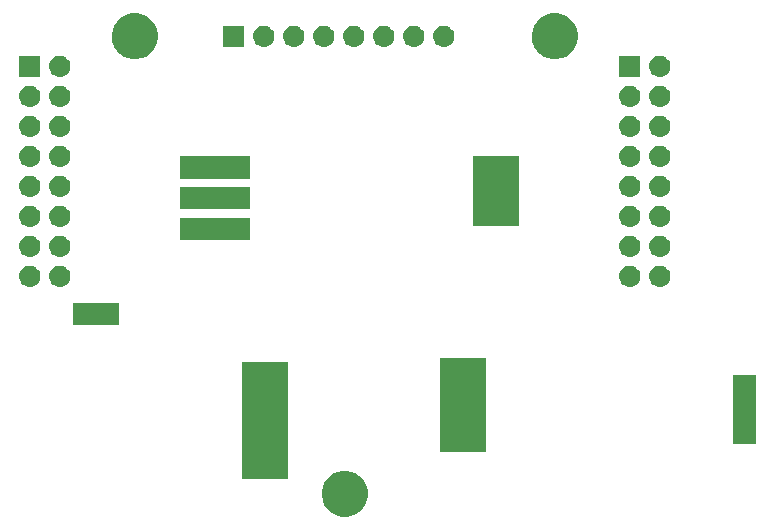
<source format=gbr>
G04 #@! TF.GenerationSoftware,KiCad,Pcbnew,(5.0.2)-1*
G04 #@! TF.CreationDate,2019-10-04T12:45:50+03:00*
G04 #@! TF.ProjectId,UI-Micro-SD,55492d4d-6963-4726-9f2d-53442e6b6963,rev?*
G04 #@! TF.SameCoordinates,Original*
G04 #@! TF.FileFunction,Soldermask,Bot*
G04 #@! TF.FilePolarity,Negative*
%FSLAX46Y46*%
G04 Gerber Fmt 4.6, Leading zero omitted, Abs format (unit mm)*
G04 Created by KiCad (PCBNEW (5.0.2)-1) date 04.10.2019 12:45:50*
%MOMM*%
%LPD*%
G01*
G04 APERTURE LIST*
%ADD10C,0.100000*%
G04 APERTURE END LIST*
D10*
G36*
X119949083Y-141633975D02*
X119949085Y-141633976D01*
X119949086Y-141633976D01*
X120304145Y-141781046D01*
X120304146Y-141781047D01*
X120623693Y-141994561D01*
X120895439Y-142266307D01*
X120895441Y-142266310D01*
X121108954Y-142585855D01*
X121256024Y-142940914D01*
X121331000Y-143317843D01*
X121331000Y-143702157D01*
X121256024Y-144079086D01*
X121108954Y-144434145D01*
X121108953Y-144434146D01*
X120895439Y-144753693D01*
X120623693Y-145025439D01*
X120623690Y-145025441D01*
X120304145Y-145238954D01*
X119949086Y-145386024D01*
X119949085Y-145386024D01*
X119949083Y-145386025D01*
X119572158Y-145461000D01*
X119187842Y-145461000D01*
X118810917Y-145386025D01*
X118810915Y-145386024D01*
X118810914Y-145386024D01*
X118455855Y-145238954D01*
X118136310Y-145025441D01*
X118136307Y-145025439D01*
X117864561Y-144753693D01*
X117651047Y-144434146D01*
X117651046Y-144434145D01*
X117503976Y-144079086D01*
X117429000Y-143702157D01*
X117429000Y-143317843D01*
X117503976Y-142940914D01*
X117651046Y-142585855D01*
X117864559Y-142266310D01*
X117864561Y-142266307D01*
X118136307Y-141994561D01*
X118455854Y-141781047D01*
X118455855Y-141781046D01*
X118810914Y-141633976D01*
X118810915Y-141633976D01*
X118810917Y-141633975D01*
X119187842Y-141559000D01*
X119572158Y-141559000D01*
X119949083Y-141633975D01*
X119949083Y-141633975D01*
G37*
G36*
X114614480Y-142285000D02*
X110712480Y-142285000D01*
X110712480Y-132383000D01*
X114614480Y-132383000D01*
X114614480Y-142285000D01*
X114614480Y-142285000D01*
G37*
G36*
X131337840Y-139935000D02*
X127435840Y-139935000D01*
X127435840Y-132033000D01*
X131337840Y-132033000D01*
X131337840Y-139935000D01*
X131337840Y-139935000D01*
G37*
G36*
X154178280Y-139325880D02*
X152276280Y-139325880D01*
X152276280Y-133423880D01*
X154178280Y-133423880D01*
X154178280Y-139325880D01*
X154178280Y-139325880D01*
G37*
G36*
X100255600Y-129257320D02*
X96353600Y-129257320D01*
X96353600Y-127355320D01*
X100255600Y-127355320D01*
X100255600Y-129257320D01*
X100255600Y-129257320D01*
G37*
G36*
X143620442Y-124200518D02*
X143686627Y-124207037D01*
X143799853Y-124241384D01*
X143856467Y-124258557D01*
X143995087Y-124332652D01*
X144012991Y-124342222D01*
X144048729Y-124371552D01*
X144150186Y-124454814D01*
X144233448Y-124556271D01*
X144262778Y-124592009D01*
X144262779Y-124592011D01*
X144346443Y-124748533D01*
X144346443Y-124748534D01*
X144397963Y-124918373D01*
X144415359Y-125095000D01*
X144397963Y-125271627D01*
X144363616Y-125384853D01*
X144346443Y-125441467D01*
X144272348Y-125580087D01*
X144262778Y-125597991D01*
X144233448Y-125633729D01*
X144150186Y-125735186D01*
X144048729Y-125818448D01*
X144012991Y-125847778D01*
X144012989Y-125847779D01*
X143856467Y-125931443D01*
X143799853Y-125948616D01*
X143686627Y-125982963D01*
X143620442Y-125989482D01*
X143554260Y-125996000D01*
X143465740Y-125996000D01*
X143399558Y-125989482D01*
X143333373Y-125982963D01*
X143220147Y-125948616D01*
X143163533Y-125931443D01*
X143007011Y-125847779D01*
X143007009Y-125847778D01*
X142971271Y-125818448D01*
X142869814Y-125735186D01*
X142786552Y-125633729D01*
X142757222Y-125597991D01*
X142747652Y-125580087D01*
X142673557Y-125441467D01*
X142656384Y-125384853D01*
X142622037Y-125271627D01*
X142604641Y-125095000D01*
X142622037Y-124918373D01*
X142673557Y-124748534D01*
X142673557Y-124748533D01*
X142757221Y-124592011D01*
X142757222Y-124592009D01*
X142786552Y-124556271D01*
X142869814Y-124454814D01*
X142971271Y-124371552D01*
X143007009Y-124342222D01*
X143024913Y-124332652D01*
X143163533Y-124258557D01*
X143220147Y-124241384D01*
X143333373Y-124207037D01*
X143399558Y-124200518D01*
X143465740Y-124194000D01*
X143554260Y-124194000D01*
X143620442Y-124200518D01*
X143620442Y-124200518D01*
G37*
G36*
X146160442Y-124200518D02*
X146226627Y-124207037D01*
X146339853Y-124241384D01*
X146396467Y-124258557D01*
X146535087Y-124332652D01*
X146552991Y-124342222D01*
X146588729Y-124371552D01*
X146690186Y-124454814D01*
X146773448Y-124556271D01*
X146802778Y-124592009D01*
X146802779Y-124592011D01*
X146886443Y-124748533D01*
X146886443Y-124748534D01*
X146937963Y-124918373D01*
X146955359Y-125095000D01*
X146937963Y-125271627D01*
X146903616Y-125384853D01*
X146886443Y-125441467D01*
X146812348Y-125580087D01*
X146802778Y-125597991D01*
X146773448Y-125633729D01*
X146690186Y-125735186D01*
X146588729Y-125818448D01*
X146552991Y-125847778D01*
X146552989Y-125847779D01*
X146396467Y-125931443D01*
X146339853Y-125948616D01*
X146226627Y-125982963D01*
X146160442Y-125989482D01*
X146094260Y-125996000D01*
X146005740Y-125996000D01*
X145939558Y-125989482D01*
X145873373Y-125982963D01*
X145760147Y-125948616D01*
X145703533Y-125931443D01*
X145547011Y-125847779D01*
X145547009Y-125847778D01*
X145511271Y-125818448D01*
X145409814Y-125735186D01*
X145326552Y-125633729D01*
X145297222Y-125597991D01*
X145287652Y-125580087D01*
X145213557Y-125441467D01*
X145196384Y-125384853D01*
X145162037Y-125271627D01*
X145144641Y-125095000D01*
X145162037Y-124918373D01*
X145213557Y-124748534D01*
X145213557Y-124748533D01*
X145297221Y-124592011D01*
X145297222Y-124592009D01*
X145326552Y-124556271D01*
X145409814Y-124454814D01*
X145511271Y-124371552D01*
X145547009Y-124342222D01*
X145564913Y-124332652D01*
X145703533Y-124258557D01*
X145760147Y-124241384D01*
X145873373Y-124207037D01*
X145939558Y-124200518D01*
X146005740Y-124194000D01*
X146094260Y-124194000D01*
X146160442Y-124200518D01*
X146160442Y-124200518D01*
G37*
G36*
X92820442Y-124200518D02*
X92886627Y-124207037D01*
X92999853Y-124241384D01*
X93056467Y-124258557D01*
X93195087Y-124332652D01*
X93212991Y-124342222D01*
X93248729Y-124371552D01*
X93350186Y-124454814D01*
X93433448Y-124556271D01*
X93462778Y-124592009D01*
X93462779Y-124592011D01*
X93546443Y-124748533D01*
X93546443Y-124748534D01*
X93597963Y-124918373D01*
X93615359Y-125095000D01*
X93597963Y-125271627D01*
X93563616Y-125384853D01*
X93546443Y-125441467D01*
X93472348Y-125580087D01*
X93462778Y-125597991D01*
X93433448Y-125633729D01*
X93350186Y-125735186D01*
X93248729Y-125818448D01*
X93212991Y-125847778D01*
X93212989Y-125847779D01*
X93056467Y-125931443D01*
X92999853Y-125948616D01*
X92886627Y-125982963D01*
X92820442Y-125989482D01*
X92754260Y-125996000D01*
X92665740Y-125996000D01*
X92599558Y-125989482D01*
X92533373Y-125982963D01*
X92420147Y-125948616D01*
X92363533Y-125931443D01*
X92207011Y-125847779D01*
X92207009Y-125847778D01*
X92171271Y-125818448D01*
X92069814Y-125735186D01*
X91986552Y-125633729D01*
X91957222Y-125597991D01*
X91947652Y-125580087D01*
X91873557Y-125441467D01*
X91856384Y-125384853D01*
X91822037Y-125271627D01*
X91804641Y-125095000D01*
X91822037Y-124918373D01*
X91873557Y-124748534D01*
X91873557Y-124748533D01*
X91957221Y-124592011D01*
X91957222Y-124592009D01*
X91986552Y-124556271D01*
X92069814Y-124454814D01*
X92171271Y-124371552D01*
X92207009Y-124342222D01*
X92224913Y-124332652D01*
X92363533Y-124258557D01*
X92420147Y-124241384D01*
X92533373Y-124207037D01*
X92599558Y-124200518D01*
X92665740Y-124194000D01*
X92754260Y-124194000D01*
X92820442Y-124200518D01*
X92820442Y-124200518D01*
G37*
G36*
X95360442Y-124200518D02*
X95426627Y-124207037D01*
X95539853Y-124241384D01*
X95596467Y-124258557D01*
X95735087Y-124332652D01*
X95752991Y-124342222D01*
X95788729Y-124371552D01*
X95890186Y-124454814D01*
X95973448Y-124556271D01*
X96002778Y-124592009D01*
X96002779Y-124592011D01*
X96086443Y-124748533D01*
X96086443Y-124748534D01*
X96137963Y-124918373D01*
X96155359Y-125095000D01*
X96137963Y-125271627D01*
X96103616Y-125384853D01*
X96086443Y-125441467D01*
X96012348Y-125580087D01*
X96002778Y-125597991D01*
X95973448Y-125633729D01*
X95890186Y-125735186D01*
X95788729Y-125818448D01*
X95752991Y-125847778D01*
X95752989Y-125847779D01*
X95596467Y-125931443D01*
X95539853Y-125948616D01*
X95426627Y-125982963D01*
X95360442Y-125989482D01*
X95294260Y-125996000D01*
X95205740Y-125996000D01*
X95139558Y-125989482D01*
X95073373Y-125982963D01*
X94960147Y-125948616D01*
X94903533Y-125931443D01*
X94747011Y-125847779D01*
X94747009Y-125847778D01*
X94711271Y-125818448D01*
X94609814Y-125735186D01*
X94526552Y-125633729D01*
X94497222Y-125597991D01*
X94487652Y-125580087D01*
X94413557Y-125441467D01*
X94396384Y-125384853D01*
X94362037Y-125271627D01*
X94344641Y-125095000D01*
X94362037Y-124918373D01*
X94413557Y-124748534D01*
X94413557Y-124748533D01*
X94497221Y-124592011D01*
X94497222Y-124592009D01*
X94526552Y-124556271D01*
X94609814Y-124454814D01*
X94711271Y-124371552D01*
X94747009Y-124342222D01*
X94764913Y-124332652D01*
X94903533Y-124258557D01*
X94960147Y-124241384D01*
X95073373Y-124207037D01*
X95139558Y-124200518D01*
X95205740Y-124194000D01*
X95294260Y-124194000D01*
X95360442Y-124200518D01*
X95360442Y-124200518D01*
G37*
G36*
X92820442Y-121660518D02*
X92886627Y-121667037D01*
X92999853Y-121701384D01*
X93056467Y-121718557D01*
X93195087Y-121792652D01*
X93212991Y-121802222D01*
X93248729Y-121831552D01*
X93350186Y-121914814D01*
X93433448Y-122016271D01*
X93462778Y-122052009D01*
X93462779Y-122052011D01*
X93546443Y-122208533D01*
X93546443Y-122208534D01*
X93597963Y-122378373D01*
X93615359Y-122555000D01*
X93597963Y-122731627D01*
X93563616Y-122844853D01*
X93546443Y-122901467D01*
X93472348Y-123040087D01*
X93462778Y-123057991D01*
X93433448Y-123093729D01*
X93350186Y-123195186D01*
X93248729Y-123278448D01*
X93212991Y-123307778D01*
X93212989Y-123307779D01*
X93056467Y-123391443D01*
X92999853Y-123408616D01*
X92886627Y-123442963D01*
X92820442Y-123449482D01*
X92754260Y-123456000D01*
X92665740Y-123456000D01*
X92599558Y-123449482D01*
X92533373Y-123442963D01*
X92420147Y-123408616D01*
X92363533Y-123391443D01*
X92207011Y-123307779D01*
X92207009Y-123307778D01*
X92171271Y-123278448D01*
X92069814Y-123195186D01*
X91986552Y-123093729D01*
X91957222Y-123057991D01*
X91947652Y-123040087D01*
X91873557Y-122901467D01*
X91856384Y-122844853D01*
X91822037Y-122731627D01*
X91804641Y-122555000D01*
X91822037Y-122378373D01*
X91873557Y-122208534D01*
X91873557Y-122208533D01*
X91957221Y-122052011D01*
X91957222Y-122052009D01*
X91986552Y-122016271D01*
X92069814Y-121914814D01*
X92171271Y-121831552D01*
X92207009Y-121802222D01*
X92224913Y-121792652D01*
X92363533Y-121718557D01*
X92420147Y-121701384D01*
X92533373Y-121667037D01*
X92599558Y-121660518D01*
X92665740Y-121654000D01*
X92754260Y-121654000D01*
X92820442Y-121660518D01*
X92820442Y-121660518D01*
G37*
G36*
X95360442Y-121660518D02*
X95426627Y-121667037D01*
X95539853Y-121701384D01*
X95596467Y-121718557D01*
X95735087Y-121792652D01*
X95752991Y-121802222D01*
X95788729Y-121831552D01*
X95890186Y-121914814D01*
X95973448Y-122016271D01*
X96002778Y-122052009D01*
X96002779Y-122052011D01*
X96086443Y-122208533D01*
X96086443Y-122208534D01*
X96137963Y-122378373D01*
X96155359Y-122555000D01*
X96137963Y-122731627D01*
X96103616Y-122844853D01*
X96086443Y-122901467D01*
X96012348Y-123040087D01*
X96002778Y-123057991D01*
X95973448Y-123093729D01*
X95890186Y-123195186D01*
X95788729Y-123278448D01*
X95752991Y-123307778D01*
X95752989Y-123307779D01*
X95596467Y-123391443D01*
X95539853Y-123408616D01*
X95426627Y-123442963D01*
X95360442Y-123449482D01*
X95294260Y-123456000D01*
X95205740Y-123456000D01*
X95139558Y-123449482D01*
X95073373Y-123442963D01*
X94960147Y-123408616D01*
X94903533Y-123391443D01*
X94747011Y-123307779D01*
X94747009Y-123307778D01*
X94711271Y-123278448D01*
X94609814Y-123195186D01*
X94526552Y-123093729D01*
X94497222Y-123057991D01*
X94487652Y-123040087D01*
X94413557Y-122901467D01*
X94396384Y-122844853D01*
X94362037Y-122731627D01*
X94344641Y-122555000D01*
X94362037Y-122378373D01*
X94413557Y-122208534D01*
X94413557Y-122208533D01*
X94497221Y-122052011D01*
X94497222Y-122052009D01*
X94526552Y-122016271D01*
X94609814Y-121914814D01*
X94711271Y-121831552D01*
X94747009Y-121802222D01*
X94764913Y-121792652D01*
X94903533Y-121718557D01*
X94960147Y-121701384D01*
X95073373Y-121667037D01*
X95139558Y-121660518D01*
X95205740Y-121654000D01*
X95294260Y-121654000D01*
X95360442Y-121660518D01*
X95360442Y-121660518D01*
G37*
G36*
X143620442Y-121660518D02*
X143686627Y-121667037D01*
X143799853Y-121701384D01*
X143856467Y-121718557D01*
X143995087Y-121792652D01*
X144012991Y-121802222D01*
X144048729Y-121831552D01*
X144150186Y-121914814D01*
X144233448Y-122016271D01*
X144262778Y-122052009D01*
X144262779Y-122052011D01*
X144346443Y-122208533D01*
X144346443Y-122208534D01*
X144397963Y-122378373D01*
X144415359Y-122555000D01*
X144397963Y-122731627D01*
X144363616Y-122844853D01*
X144346443Y-122901467D01*
X144272348Y-123040087D01*
X144262778Y-123057991D01*
X144233448Y-123093729D01*
X144150186Y-123195186D01*
X144048729Y-123278448D01*
X144012991Y-123307778D01*
X144012989Y-123307779D01*
X143856467Y-123391443D01*
X143799853Y-123408616D01*
X143686627Y-123442963D01*
X143620442Y-123449482D01*
X143554260Y-123456000D01*
X143465740Y-123456000D01*
X143399558Y-123449482D01*
X143333373Y-123442963D01*
X143220147Y-123408616D01*
X143163533Y-123391443D01*
X143007011Y-123307779D01*
X143007009Y-123307778D01*
X142971271Y-123278448D01*
X142869814Y-123195186D01*
X142786552Y-123093729D01*
X142757222Y-123057991D01*
X142747652Y-123040087D01*
X142673557Y-122901467D01*
X142656384Y-122844853D01*
X142622037Y-122731627D01*
X142604641Y-122555000D01*
X142622037Y-122378373D01*
X142673557Y-122208534D01*
X142673557Y-122208533D01*
X142757221Y-122052011D01*
X142757222Y-122052009D01*
X142786552Y-122016271D01*
X142869814Y-121914814D01*
X142971271Y-121831552D01*
X143007009Y-121802222D01*
X143024913Y-121792652D01*
X143163533Y-121718557D01*
X143220147Y-121701384D01*
X143333373Y-121667037D01*
X143399558Y-121660518D01*
X143465740Y-121654000D01*
X143554260Y-121654000D01*
X143620442Y-121660518D01*
X143620442Y-121660518D01*
G37*
G36*
X146160442Y-121660518D02*
X146226627Y-121667037D01*
X146339853Y-121701384D01*
X146396467Y-121718557D01*
X146535087Y-121792652D01*
X146552991Y-121802222D01*
X146588729Y-121831552D01*
X146690186Y-121914814D01*
X146773448Y-122016271D01*
X146802778Y-122052009D01*
X146802779Y-122052011D01*
X146886443Y-122208533D01*
X146886443Y-122208534D01*
X146937963Y-122378373D01*
X146955359Y-122555000D01*
X146937963Y-122731627D01*
X146903616Y-122844853D01*
X146886443Y-122901467D01*
X146812348Y-123040087D01*
X146802778Y-123057991D01*
X146773448Y-123093729D01*
X146690186Y-123195186D01*
X146588729Y-123278448D01*
X146552991Y-123307778D01*
X146552989Y-123307779D01*
X146396467Y-123391443D01*
X146339853Y-123408616D01*
X146226627Y-123442963D01*
X146160442Y-123449482D01*
X146094260Y-123456000D01*
X146005740Y-123456000D01*
X145939558Y-123449482D01*
X145873373Y-123442963D01*
X145760147Y-123408616D01*
X145703533Y-123391443D01*
X145547011Y-123307779D01*
X145547009Y-123307778D01*
X145511271Y-123278448D01*
X145409814Y-123195186D01*
X145326552Y-123093729D01*
X145297222Y-123057991D01*
X145287652Y-123040087D01*
X145213557Y-122901467D01*
X145196384Y-122844853D01*
X145162037Y-122731627D01*
X145144641Y-122555000D01*
X145162037Y-122378373D01*
X145213557Y-122208534D01*
X145213557Y-122208533D01*
X145297221Y-122052011D01*
X145297222Y-122052009D01*
X145326552Y-122016271D01*
X145409814Y-121914814D01*
X145511271Y-121831552D01*
X145547009Y-121802222D01*
X145564913Y-121792652D01*
X145703533Y-121718557D01*
X145760147Y-121701384D01*
X145873373Y-121667037D01*
X145939558Y-121660518D01*
X146005740Y-121654000D01*
X146094260Y-121654000D01*
X146160442Y-121660518D01*
X146160442Y-121660518D01*
G37*
G36*
X111345760Y-122035200D02*
X105443760Y-122035200D01*
X105443760Y-120133200D01*
X111345760Y-120133200D01*
X111345760Y-122035200D01*
X111345760Y-122035200D01*
G37*
G36*
X143620443Y-119120519D02*
X143686627Y-119127037D01*
X143799853Y-119161384D01*
X143856467Y-119178557D01*
X143995087Y-119252652D01*
X144012991Y-119262222D01*
X144048729Y-119291552D01*
X144150186Y-119374814D01*
X144233448Y-119476271D01*
X144262778Y-119512009D01*
X144262779Y-119512011D01*
X144346443Y-119668533D01*
X144346443Y-119668534D01*
X144397963Y-119838373D01*
X144415359Y-120015000D01*
X144397963Y-120191627D01*
X144363616Y-120304853D01*
X144346443Y-120361467D01*
X144272348Y-120500087D01*
X144262778Y-120517991D01*
X144233448Y-120553729D01*
X144150186Y-120655186D01*
X144048729Y-120738448D01*
X144012991Y-120767778D01*
X144012989Y-120767779D01*
X143856467Y-120851443D01*
X143799853Y-120868616D01*
X143686627Y-120902963D01*
X143620442Y-120909482D01*
X143554260Y-120916000D01*
X143465740Y-120916000D01*
X143399558Y-120909482D01*
X143333373Y-120902963D01*
X143220147Y-120868616D01*
X143163533Y-120851443D01*
X143007011Y-120767779D01*
X143007009Y-120767778D01*
X142971271Y-120738448D01*
X142869814Y-120655186D01*
X142786552Y-120553729D01*
X142757222Y-120517991D01*
X142747652Y-120500087D01*
X142673557Y-120361467D01*
X142656384Y-120304853D01*
X142622037Y-120191627D01*
X142604641Y-120015000D01*
X142622037Y-119838373D01*
X142673557Y-119668534D01*
X142673557Y-119668533D01*
X142757221Y-119512011D01*
X142757222Y-119512009D01*
X142786552Y-119476271D01*
X142869814Y-119374814D01*
X142971271Y-119291552D01*
X143007009Y-119262222D01*
X143024913Y-119252652D01*
X143163533Y-119178557D01*
X143220147Y-119161384D01*
X143333373Y-119127037D01*
X143399557Y-119120519D01*
X143465740Y-119114000D01*
X143554260Y-119114000D01*
X143620443Y-119120519D01*
X143620443Y-119120519D01*
G37*
G36*
X146160443Y-119120519D02*
X146226627Y-119127037D01*
X146339853Y-119161384D01*
X146396467Y-119178557D01*
X146535087Y-119252652D01*
X146552991Y-119262222D01*
X146588729Y-119291552D01*
X146690186Y-119374814D01*
X146773448Y-119476271D01*
X146802778Y-119512009D01*
X146802779Y-119512011D01*
X146886443Y-119668533D01*
X146886443Y-119668534D01*
X146937963Y-119838373D01*
X146955359Y-120015000D01*
X146937963Y-120191627D01*
X146903616Y-120304853D01*
X146886443Y-120361467D01*
X146812348Y-120500087D01*
X146802778Y-120517991D01*
X146773448Y-120553729D01*
X146690186Y-120655186D01*
X146588729Y-120738448D01*
X146552991Y-120767778D01*
X146552989Y-120767779D01*
X146396467Y-120851443D01*
X146339853Y-120868616D01*
X146226627Y-120902963D01*
X146160442Y-120909482D01*
X146094260Y-120916000D01*
X146005740Y-120916000D01*
X145939558Y-120909482D01*
X145873373Y-120902963D01*
X145760147Y-120868616D01*
X145703533Y-120851443D01*
X145547011Y-120767779D01*
X145547009Y-120767778D01*
X145511271Y-120738448D01*
X145409814Y-120655186D01*
X145326552Y-120553729D01*
X145297222Y-120517991D01*
X145287652Y-120500087D01*
X145213557Y-120361467D01*
X145196384Y-120304853D01*
X145162037Y-120191627D01*
X145144641Y-120015000D01*
X145162037Y-119838373D01*
X145213557Y-119668534D01*
X145213557Y-119668533D01*
X145297221Y-119512011D01*
X145297222Y-119512009D01*
X145326552Y-119476271D01*
X145409814Y-119374814D01*
X145511271Y-119291552D01*
X145547009Y-119262222D01*
X145564913Y-119252652D01*
X145703533Y-119178557D01*
X145760147Y-119161384D01*
X145873373Y-119127037D01*
X145939557Y-119120519D01*
X146005740Y-119114000D01*
X146094260Y-119114000D01*
X146160443Y-119120519D01*
X146160443Y-119120519D01*
G37*
G36*
X92820443Y-119120519D02*
X92886627Y-119127037D01*
X92999853Y-119161384D01*
X93056467Y-119178557D01*
X93195087Y-119252652D01*
X93212991Y-119262222D01*
X93248729Y-119291552D01*
X93350186Y-119374814D01*
X93433448Y-119476271D01*
X93462778Y-119512009D01*
X93462779Y-119512011D01*
X93546443Y-119668533D01*
X93546443Y-119668534D01*
X93597963Y-119838373D01*
X93615359Y-120015000D01*
X93597963Y-120191627D01*
X93563616Y-120304853D01*
X93546443Y-120361467D01*
X93472348Y-120500087D01*
X93462778Y-120517991D01*
X93433448Y-120553729D01*
X93350186Y-120655186D01*
X93248729Y-120738448D01*
X93212991Y-120767778D01*
X93212989Y-120767779D01*
X93056467Y-120851443D01*
X92999853Y-120868616D01*
X92886627Y-120902963D01*
X92820442Y-120909482D01*
X92754260Y-120916000D01*
X92665740Y-120916000D01*
X92599558Y-120909482D01*
X92533373Y-120902963D01*
X92420147Y-120868616D01*
X92363533Y-120851443D01*
X92207011Y-120767779D01*
X92207009Y-120767778D01*
X92171271Y-120738448D01*
X92069814Y-120655186D01*
X91986552Y-120553729D01*
X91957222Y-120517991D01*
X91947652Y-120500087D01*
X91873557Y-120361467D01*
X91856384Y-120304853D01*
X91822037Y-120191627D01*
X91804641Y-120015000D01*
X91822037Y-119838373D01*
X91873557Y-119668534D01*
X91873557Y-119668533D01*
X91957221Y-119512011D01*
X91957222Y-119512009D01*
X91986552Y-119476271D01*
X92069814Y-119374814D01*
X92171271Y-119291552D01*
X92207009Y-119262222D01*
X92224913Y-119252652D01*
X92363533Y-119178557D01*
X92420147Y-119161384D01*
X92533373Y-119127037D01*
X92599557Y-119120519D01*
X92665740Y-119114000D01*
X92754260Y-119114000D01*
X92820443Y-119120519D01*
X92820443Y-119120519D01*
G37*
G36*
X95360443Y-119120519D02*
X95426627Y-119127037D01*
X95539853Y-119161384D01*
X95596467Y-119178557D01*
X95735087Y-119252652D01*
X95752991Y-119262222D01*
X95788729Y-119291552D01*
X95890186Y-119374814D01*
X95973448Y-119476271D01*
X96002778Y-119512009D01*
X96002779Y-119512011D01*
X96086443Y-119668533D01*
X96086443Y-119668534D01*
X96137963Y-119838373D01*
X96155359Y-120015000D01*
X96137963Y-120191627D01*
X96103616Y-120304853D01*
X96086443Y-120361467D01*
X96012348Y-120500087D01*
X96002778Y-120517991D01*
X95973448Y-120553729D01*
X95890186Y-120655186D01*
X95788729Y-120738448D01*
X95752991Y-120767778D01*
X95752989Y-120767779D01*
X95596467Y-120851443D01*
X95539853Y-120868616D01*
X95426627Y-120902963D01*
X95360442Y-120909482D01*
X95294260Y-120916000D01*
X95205740Y-120916000D01*
X95139558Y-120909482D01*
X95073373Y-120902963D01*
X94960147Y-120868616D01*
X94903533Y-120851443D01*
X94747011Y-120767779D01*
X94747009Y-120767778D01*
X94711271Y-120738448D01*
X94609814Y-120655186D01*
X94526552Y-120553729D01*
X94497222Y-120517991D01*
X94487652Y-120500087D01*
X94413557Y-120361467D01*
X94396384Y-120304853D01*
X94362037Y-120191627D01*
X94344641Y-120015000D01*
X94362037Y-119838373D01*
X94413557Y-119668534D01*
X94413557Y-119668533D01*
X94497221Y-119512011D01*
X94497222Y-119512009D01*
X94526552Y-119476271D01*
X94609814Y-119374814D01*
X94711271Y-119291552D01*
X94747009Y-119262222D01*
X94764913Y-119252652D01*
X94903533Y-119178557D01*
X94960147Y-119161384D01*
X95073373Y-119127037D01*
X95139557Y-119120519D01*
X95205740Y-119114000D01*
X95294260Y-119114000D01*
X95360443Y-119120519D01*
X95360443Y-119120519D01*
G37*
G36*
X134139200Y-120834680D02*
X130237200Y-120834680D01*
X130237200Y-114932680D01*
X134139200Y-114932680D01*
X134139200Y-120834680D01*
X134139200Y-120834680D01*
G37*
G36*
X111345760Y-119435200D02*
X105443760Y-119435200D01*
X105443760Y-117533200D01*
X111345760Y-117533200D01*
X111345760Y-119435200D01*
X111345760Y-119435200D01*
G37*
G36*
X146160443Y-116580519D02*
X146226627Y-116587037D01*
X146339853Y-116621384D01*
X146396467Y-116638557D01*
X146535087Y-116712652D01*
X146552991Y-116722222D01*
X146588729Y-116751552D01*
X146690186Y-116834814D01*
X146770501Y-116932680D01*
X146802778Y-116972009D01*
X146802779Y-116972011D01*
X146886443Y-117128533D01*
X146886443Y-117128534D01*
X146937963Y-117298373D01*
X146955359Y-117475000D01*
X146937963Y-117651627D01*
X146903616Y-117764853D01*
X146886443Y-117821467D01*
X146812348Y-117960087D01*
X146802778Y-117977991D01*
X146773448Y-118013729D01*
X146690186Y-118115186D01*
X146588729Y-118198448D01*
X146552991Y-118227778D01*
X146552989Y-118227779D01*
X146396467Y-118311443D01*
X146339853Y-118328616D01*
X146226627Y-118362963D01*
X146160442Y-118369482D01*
X146094260Y-118376000D01*
X146005740Y-118376000D01*
X145939558Y-118369482D01*
X145873373Y-118362963D01*
X145760147Y-118328616D01*
X145703533Y-118311443D01*
X145547011Y-118227779D01*
X145547009Y-118227778D01*
X145511271Y-118198448D01*
X145409814Y-118115186D01*
X145326552Y-118013729D01*
X145297222Y-117977991D01*
X145287652Y-117960087D01*
X145213557Y-117821467D01*
X145196384Y-117764853D01*
X145162037Y-117651627D01*
X145144641Y-117475000D01*
X145162037Y-117298373D01*
X145213557Y-117128534D01*
X145213557Y-117128533D01*
X145297221Y-116972011D01*
X145297222Y-116972009D01*
X145329499Y-116932680D01*
X145409814Y-116834814D01*
X145511271Y-116751552D01*
X145547009Y-116722222D01*
X145564913Y-116712652D01*
X145703533Y-116638557D01*
X145760147Y-116621384D01*
X145873373Y-116587037D01*
X145939557Y-116580519D01*
X146005740Y-116574000D01*
X146094260Y-116574000D01*
X146160443Y-116580519D01*
X146160443Y-116580519D01*
G37*
G36*
X92820443Y-116580519D02*
X92886627Y-116587037D01*
X92999853Y-116621384D01*
X93056467Y-116638557D01*
X93195087Y-116712652D01*
X93212991Y-116722222D01*
X93248729Y-116751552D01*
X93350186Y-116834814D01*
X93430501Y-116932680D01*
X93462778Y-116972009D01*
X93462779Y-116972011D01*
X93546443Y-117128533D01*
X93546443Y-117128534D01*
X93597963Y-117298373D01*
X93615359Y-117475000D01*
X93597963Y-117651627D01*
X93563616Y-117764853D01*
X93546443Y-117821467D01*
X93472348Y-117960087D01*
X93462778Y-117977991D01*
X93433448Y-118013729D01*
X93350186Y-118115186D01*
X93248729Y-118198448D01*
X93212991Y-118227778D01*
X93212989Y-118227779D01*
X93056467Y-118311443D01*
X92999853Y-118328616D01*
X92886627Y-118362963D01*
X92820442Y-118369482D01*
X92754260Y-118376000D01*
X92665740Y-118376000D01*
X92599558Y-118369482D01*
X92533373Y-118362963D01*
X92420147Y-118328616D01*
X92363533Y-118311443D01*
X92207011Y-118227779D01*
X92207009Y-118227778D01*
X92171271Y-118198448D01*
X92069814Y-118115186D01*
X91986552Y-118013729D01*
X91957222Y-117977991D01*
X91947652Y-117960087D01*
X91873557Y-117821467D01*
X91856384Y-117764853D01*
X91822037Y-117651627D01*
X91804641Y-117475000D01*
X91822037Y-117298373D01*
X91873557Y-117128534D01*
X91873557Y-117128533D01*
X91957221Y-116972011D01*
X91957222Y-116972009D01*
X91989499Y-116932680D01*
X92069814Y-116834814D01*
X92171271Y-116751552D01*
X92207009Y-116722222D01*
X92224913Y-116712652D01*
X92363533Y-116638557D01*
X92420147Y-116621384D01*
X92533373Y-116587037D01*
X92599557Y-116580519D01*
X92665740Y-116574000D01*
X92754260Y-116574000D01*
X92820443Y-116580519D01*
X92820443Y-116580519D01*
G37*
G36*
X95360443Y-116580519D02*
X95426627Y-116587037D01*
X95539853Y-116621384D01*
X95596467Y-116638557D01*
X95735087Y-116712652D01*
X95752991Y-116722222D01*
X95788729Y-116751552D01*
X95890186Y-116834814D01*
X95970501Y-116932680D01*
X96002778Y-116972009D01*
X96002779Y-116972011D01*
X96086443Y-117128533D01*
X96086443Y-117128534D01*
X96137963Y-117298373D01*
X96155359Y-117475000D01*
X96137963Y-117651627D01*
X96103616Y-117764853D01*
X96086443Y-117821467D01*
X96012348Y-117960087D01*
X96002778Y-117977991D01*
X95973448Y-118013729D01*
X95890186Y-118115186D01*
X95788729Y-118198448D01*
X95752991Y-118227778D01*
X95752989Y-118227779D01*
X95596467Y-118311443D01*
X95539853Y-118328616D01*
X95426627Y-118362963D01*
X95360442Y-118369482D01*
X95294260Y-118376000D01*
X95205740Y-118376000D01*
X95139558Y-118369482D01*
X95073373Y-118362963D01*
X94960147Y-118328616D01*
X94903533Y-118311443D01*
X94747011Y-118227779D01*
X94747009Y-118227778D01*
X94711271Y-118198448D01*
X94609814Y-118115186D01*
X94526552Y-118013729D01*
X94497222Y-117977991D01*
X94487652Y-117960087D01*
X94413557Y-117821467D01*
X94396384Y-117764853D01*
X94362037Y-117651627D01*
X94344641Y-117475000D01*
X94362037Y-117298373D01*
X94413557Y-117128534D01*
X94413557Y-117128533D01*
X94497221Y-116972011D01*
X94497222Y-116972009D01*
X94529499Y-116932680D01*
X94609814Y-116834814D01*
X94711271Y-116751552D01*
X94747009Y-116722222D01*
X94764913Y-116712652D01*
X94903533Y-116638557D01*
X94960147Y-116621384D01*
X95073373Y-116587037D01*
X95139557Y-116580519D01*
X95205740Y-116574000D01*
X95294260Y-116574000D01*
X95360443Y-116580519D01*
X95360443Y-116580519D01*
G37*
G36*
X143620443Y-116580519D02*
X143686627Y-116587037D01*
X143799853Y-116621384D01*
X143856467Y-116638557D01*
X143995087Y-116712652D01*
X144012991Y-116722222D01*
X144048729Y-116751552D01*
X144150186Y-116834814D01*
X144230501Y-116932680D01*
X144262778Y-116972009D01*
X144262779Y-116972011D01*
X144346443Y-117128533D01*
X144346443Y-117128534D01*
X144397963Y-117298373D01*
X144415359Y-117475000D01*
X144397963Y-117651627D01*
X144363616Y-117764853D01*
X144346443Y-117821467D01*
X144272348Y-117960087D01*
X144262778Y-117977991D01*
X144233448Y-118013729D01*
X144150186Y-118115186D01*
X144048729Y-118198448D01*
X144012991Y-118227778D01*
X144012989Y-118227779D01*
X143856467Y-118311443D01*
X143799853Y-118328616D01*
X143686627Y-118362963D01*
X143620442Y-118369482D01*
X143554260Y-118376000D01*
X143465740Y-118376000D01*
X143399558Y-118369482D01*
X143333373Y-118362963D01*
X143220147Y-118328616D01*
X143163533Y-118311443D01*
X143007011Y-118227779D01*
X143007009Y-118227778D01*
X142971271Y-118198448D01*
X142869814Y-118115186D01*
X142786552Y-118013729D01*
X142757222Y-117977991D01*
X142747652Y-117960087D01*
X142673557Y-117821467D01*
X142656384Y-117764853D01*
X142622037Y-117651627D01*
X142604641Y-117475000D01*
X142622037Y-117298373D01*
X142673557Y-117128534D01*
X142673557Y-117128533D01*
X142757221Y-116972011D01*
X142757222Y-116972009D01*
X142789499Y-116932680D01*
X142869814Y-116834814D01*
X142971271Y-116751552D01*
X143007009Y-116722222D01*
X143024913Y-116712652D01*
X143163533Y-116638557D01*
X143220147Y-116621384D01*
X143333373Y-116587037D01*
X143399557Y-116580519D01*
X143465740Y-116574000D01*
X143554260Y-116574000D01*
X143620443Y-116580519D01*
X143620443Y-116580519D01*
G37*
G36*
X111345760Y-116835200D02*
X105443760Y-116835200D01*
X105443760Y-114933200D01*
X111345760Y-114933200D01*
X111345760Y-116835200D01*
X111345760Y-116835200D01*
G37*
G36*
X92820442Y-114040518D02*
X92886627Y-114047037D01*
X92999853Y-114081384D01*
X93056467Y-114098557D01*
X93195087Y-114172652D01*
X93212991Y-114182222D01*
X93248729Y-114211552D01*
X93350186Y-114294814D01*
X93433448Y-114396271D01*
X93462778Y-114432009D01*
X93462779Y-114432011D01*
X93546443Y-114588533D01*
X93546443Y-114588534D01*
X93597963Y-114758373D01*
X93615359Y-114935000D01*
X93597963Y-115111627D01*
X93563616Y-115224853D01*
X93546443Y-115281467D01*
X93472348Y-115420087D01*
X93462778Y-115437991D01*
X93433448Y-115473729D01*
X93350186Y-115575186D01*
X93248729Y-115658448D01*
X93212991Y-115687778D01*
X93212989Y-115687779D01*
X93056467Y-115771443D01*
X92999853Y-115788616D01*
X92886627Y-115822963D01*
X92820443Y-115829481D01*
X92754260Y-115836000D01*
X92665740Y-115836000D01*
X92599557Y-115829481D01*
X92533373Y-115822963D01*
X92420147Y-115788616D01*
X92363533Y-115771443D01*
X92207011Y-115687779D01*
X92207009Y-115687778D01*
X92171271Y-115658448D01*
X92069814Y-115575186D01*
X91986552Y-115473729D01*
X91957222Y-115437991D01*
X91947652Y-115420087D01*
X91873557Y-115281467D01*
X91856384Y-115224853D01*
X91822037Y-115111627D01*
X91804641Y-114935000D01*
X91822037Y-114758373D01*
X91873557Y-114588534D01*
X91873557Y-114588533D01*
X91957221Y-114432011D01*
X91957222Y-114432009D01*
X91986552Y-114396271D01*
X92069814Y-114294814D01*
X92171271Y-114211552D01*
X92207009Y-114182222D01*
X92224913Y-114172652D01*
X92363533Y-114098557D01*
X92420147Y-114081384D01*
X92533373Y-114047037D01*
X92599558Y-114040518D01*
X92665740Y-114034000D01*
X92754260Y-114034000D01*
X92820442Y-114040518D01*
X92820442Y-114040518D01*
G37*
G36*
X146160442Y-114040518D02*
X146226627Y-114047037D01*
X146339853Y-114081384D01*
X146396467Y-114098557D01*
X146535087Y-114172652D01*
X146552991Y-114182222D01*
X146588729Y-114211552D01*
X146690186Y-114294814D01*
X146773448Y-114396271D01*
X146802778Y-114432009D01*
X146802779Y-114432011D01*
X146886443Y-114588533D01*
X146886443Y-114588534D01*
X146937963Y-114758373D01*
X146955359Y-114935000D01*
X146937963Y-115111627D01*
X146903616Y-115224853D01*
X146886443Y-115281467D01*
X146812348Y-115420087D01*
X146802778Y-115437991D01*
X146773448Y-115473729D01*
X146690186Y-115575186D01*
X146588729Y-115658448D01*
X146552991Y-115687778D01*
X146552989Y-115687779D01*
X146396467Y-115771443D01*
X146339853Y-115788616D01*
X146226627Y-115822963D01*
X146160443Y-115829481D01*
X146094260Y-115836000D01*
X146005740Y-115836000D01*
X145939557Y-115829481D01*
X145873373Y-115822963D01*
X145760147Y-115788616D01*
X145703533Y-115771443D01*
X145547011Y-115687779D01*
X145547009Y-115687778D01*
X145511271Y-115658448D01*
X145409814Y-115575186D01*
X145326552Y-115473729D01*
X145297222Y-115437991D01*
X145287652Y-115420087D01*
X145213557Y-115281467D01*
X145196384Y-115224853D01*
X145162037Y-115111627D01*
X145144641Y-114935000D01*
X145162037Y-114758373D01*
X145213557Y-114588534D01*
X145213557Y-114588533D01*
X145297221Y-114432011D01*
X145297222Y-114432009D01*
X145326552Y-114396271D01*
X145409814Y-114294814D01*
X145511271Y-114211552D01*
X145547009Y-114182222D01*
X145564913Y-114172652D01*
X145703533Y-114098557D01*
X145760147Y-114081384D01*
X145873373Y-114047037D01*
X145939558Y-114040518D01*
X146005740Y-114034000D01*
X146094260Y-114034000D01*
X146160442Y-114040518D01*
X146160442Y-114040518D01*
G37*
G36*
X95360442Y-114040518D02*
X95426627Y-114047037D01*
X95539853Y-114081384D01*
X95596467Y-114098557D01*
X95735087Y-114172652D01*
X95752991Y-114182222D01*
X95788729Y-114211552D01*
X95890186Y-114294814D01*
X95973448Y-114396271D01*
X96002778Y-114432009D01*
X96002779Y-114432011D01*
X96086443Y-114588533D01*
X96086443Y-114588534D01*
X96137963Y-114758373D01*
X96155359Y-114935000D01*
X96137963Y-115111627D01*
X96103616Y-115224853D01*
X96086443Y-115281467D01*
X96012348Y-115420087D01*
X96002778Y-115437991D01*
X95973448Y-115473729D01*
X95890186Y-115575186D01*
X95788729Y-115658448D01*
X95752991Y-115687778D01*
X95752989Y-115687779D01*
X95596467Y-115771443D01*
X95539853Y-115788616D01*
X95426627Y-115822963D01*
X95360443Y-115829481D01*
X95294260Y-115836000D01*
X95205740Y-115836000D01*
X95139557Y-115829481D01*
X95073373Y-115822963D01*
X94960147Y-115788616D01*
X94903533Y-115771443D01*
X94747011Y-115687779D01*
X94747009Y-115687778D01*
X94711271Y-115658448D01*
X94609814Y-115575186D01*
X94526552Y-115473729D01*
X94497222Y-115437991D01*
X94487652Y-115420087D01*
X94413557Y-115281467D01*
X94396384Y-115224853D01*
X94362037Y-115111627D01*
X94344641Y-114935000D01*
X94362037Y-114758373D01*
X94413557Y-114588534D01*
X94413557Y-114588533D01*
X94497221Y-114432011D01*
X94497222Y-114432009D01*
X94526552Y-114396271D01*
X94609814Y-114294814D01*
X94711271Y-114211552D01*
X94747009Y-114182222D01*
X94764913Y-114172652D01*
X94903533Y-114098557D01*
X94960147Y-114081384D01*
X95073373Y-114047037D01*
X95139558Y-114040518D01*
X95205740Y-114034000D01*
X95294260Y-114034000D01*
X95360442Y-114040518D01*
X95360442Y-114040518D01*
G37*
G36*
X143620442Y-114040518D02*
X143686627Y-114047037D01*
X143799853Y-114081384D01*
X143856467Y-114098557D01*
X143995087Y-114172652D01*
X144012991Y-114182222D01*
X144048729Y-114211552D01*
X144150186Y-114294814D01*
X144233448Y-114396271D01*
X144262778Y-114432009D01*
X144262779Y-114432011D01*
X144346443Y-114588533D01*
X144346443Y-114588534D01*
X144397963Y-114758373D01*
X144415359Y-114935000D01*
X144397963Y-115111627D01*
X144363616Y-115224853D01*
X144346443Y-115281467D01*
X144272348Y-115420087D01*
X144262778Y-115437991D01*
X144233448Y-115473729D01*
X144150186Y-115575186D01*
X144048729Y-115658448D01*
X144012991Y-115687778D01*
X144012989Y-115687779D01*
X143856467Y-115771443D01*
X143799853Y-115788616D01*
X143686627Y-115822963D01*
X143620443Y-115829481D01*
X143554260Y-115836000D01*
X143465740Y-115836000D01*
X143399557Y-115829481D01*
X143333373Y-115822963D01*
X143220147Y-115788616D01*
X143163533Y-115771443D01*
X143007011Y-115687779D01*
X143007009Y-115687778D01*
X142971271Y-115658448D01*
X142869814Y-115575186D01*
X142786552Y-115473729D01*
X142757222Y-115437991D01*
X142747652Y-115420087D01*
X142673557Y-115281467D01*
X142656384Y-115224853D01*
X142622037Y-115111627D01*
X142604641Y-114935000D01*
X142622037Y-114758373D01*
X142673557Y-114588534D01*
X142673557Y-114588533D01*
X142757221Y-114432011D01*
X142757222Y-114432009D01*
X142786552Y-114396271D01*
X142869814Y-114294814D01*
X142971271Y-114211552D01*
X143007009Y-114182222D01*
X143024913Y-114172652D01*
X143163533Y-114098557D01*
X143220147Y-114081384D01*
X143333373Y-114047037D01*
X143399558Y-114040518D01*
X143465740Y-114034000D01*
X143554260Y-114034000D01*
X143620442Y-114040518D01*
X143620442Y-114040518D01*
G37*
G36*
X92820443Y-111500519D02*
X92886627Y-111507037D01*
X92999853Y-111541384D01*
X93056467Y-111558557D01*
X93195087Y-111632652D01*
X93212991Y-111642222D01*
X93248729Y-111671552D01*
X93350186Y-111754814D01*
X93433448Y-111856271D01*
X93462778Y-111892009D01*
X93462779Y-111892011D01*
X93546443Y-112048533D01*
X93546443Y-112048534D01*
X93597963Y-112218373D01*
X93615359Y-112395000D01*
X93597963Y-112571627D01*
X93563616Y-112684853D01*
X93546443Y-112741467D01*
X93472348Y-112880087D01*
X93462778Y-112897991D01*
X93433448Y-112933729D01*
X93350186Y-113035186D01*
X93248729Y-113118448D01*
X93212991Y-113147778D01*
X93212989Y-113147779D01*
X93056467Y-113231443D01*
X92999853Y-113248616D01*
X92886627Y-113282963D01*
X92820443Y-113289481D01*
X92754260Y-113296000D01*
X92665740Y-113296000D01*
X92599557Y-113289481D01*
X92533373Y-113282963D01*
X92420147Y-113248616D01*
X92363533Y-113231443D01*
X92207011Y-113147779D01*
X92207009Y-113147778D01*
X92171271Y-113118448D01*
X92069814Y-113035186D01*
X91986552Y-112933729D01*
X91957222Y-112897991D01*
X91947652Y-112880087D01*
X91873557Y-112741467D01*
X91856384Y-112684853D01*
X91822037Y-112571627D01*
X91804641Y-112395000D01*
X91822037Y-112218373D01*
X91873557Y-112048534D01*
X91873557Y-112048533D01*
X91957221Y-111892011D01*
X91957222Y-111892009D01*
X91986552Y-111856271D01*
X92069814Y-111754814D01*
X92171271Y-111671552D01*
X92207009Y-111642222D01*
X92224913Y-111632652D01*
X92363533Y-111558557D01*
X92420147Y-111541384D01*
X92533373Y-111507037D01*
X92599557Y-111500519D01*
X92665740Y-111494000D01*
X92754260Y-111494000D01*
X92820443Y-111500519D01*
X92820443Y-111500519D01*
G37*
G36*
X146160443Y-111500519D02*
X146226627Y-111507037D01*
X146339853Y-111541384D01*
X146396467Y-111558557D01*
X146535087Y-111632652D01*
X146552991Y-111642222D01*
X146588729Y-111671552D01*
X146690186Y-111754814D01*
X146773448Y-111856271D01*
X146802778Y-111892009D01*
X146802779Y-111892011D01*
X146886443Y-112048533D01*
X146886443Y-112048534D01*
X146937963Y-112218373D01*
X146955359Y-112395000D01*
X146937963Y-112571627D01*
X146903616Y-112684853D01*
X146886443Y-112741467D01*
X146812348Y-112880087D01*
X146802778Y-112897991D01*
X146773448Y-112933729D01*
X146690186Y-113035186D01*
X146588729Y-113118448D01*
X146552991Y-113147778D01*
X146552989Y-113147779D01*
X146396467Y-113231443D01*
X146339853Y-113248616D01*
X146226627Y-113282963D01*
X146160443Y-113289481D01*
X146094260Y-113296000D01*
X146005740Y-113296000D01*
X145939557Y-113289481D01*
X145873373Y-113282963D01*
X145760147Y-113248616D01*
X145703533Y-113231443D01*
X145547011Y-113147779D01*
X145547009Y-113147778D01*
X145511271Y-113118448D01*
X145409814Y-113035186D01*
X145326552Y-112933729D01*
X145297222Y-112897991D01*
X145287652Y-112880087D01*
X145213557Y-112741467D01*
X145196384Y-112684853D01*
X145162037Y-112571627D01*
X145144641Y-112395000D01*
X145162037Y-112218373D01*
X145213557Y-112048534D01*
X145213557Y-112048533D01*
X145297221Y-111892011D01*
X145297222Y-111892009D01*
X145326552Y-111856271D01*
X145409814Y-111754814D01*
X145511271Y-111671552D01*
X145547009Y-111642222D01*
X145564913Y-111632652D01*
X145703533Y-111558557D01*
X145760147Y-111541384D01*
X145873373Y-111507037D01*
X145939557Y-111500519D01*
X146005740Y-111494000D01*
X146094260Y-111494000D01*
X146160443Y-111500519D01*
X146160443Y-111500519D01*
G37*
G36*
X143620443Y-111500519D02*
X143686627Y-111507037D01*
X143799853Y-111541384D01*
X143856467Y-111558557D01*
X143995087Y-111632652D01*
X144012991Y-111642222D01*
X144048729Y-111671552D01*
X144150186Y-111754814D01*
X144233448Y-111856271D01*
X144262778Y-111892009D01*
X144262779Y-111892011D01*
X144346443Y-112048533D01*
X144346443Y-112048534D01*
X144397963Y-112218373D01*
X144415359Y-112395000D01*
X144397963Y-112571627D01*
X144363616Y-112684853D01*
X144346443Y-112741467D01*
X144272348Y-112880087D01*
X144262778Y-112897991D01*
X144233448Y-112933729D01*
X144150186Y-113035186D01*
X144048729Y-113118448D01*
X144012991Y-113147778D01*
X144012989Y-113147779D01*
X143856467Y-113231443D01*
X143799853Y-113248616D01*
X143686627Y-113282963D01*
X143620443Y-113289481D01*
X143554260Y-113296000D01*
X143465740Y-113296000D01*
X143399557Y-113289481D01*
X143333373Y-113282963D01*
X143220147Y-113248616D01*
X143163533Y-113231443D01*
X143007011Y-113147779D01*
X143007009Y-113147778D01*
X142971271Y-113118448D01*
X142869814Y-113035186D01*
X142786552Y-112933729D01*
X142757222Y-112897991D01*
X142747652Y-112880087D01*
X142673557Y-112741467D01*
X142656384Y-112684853D01*
X142622037Y-112571627D01*
X142604641Y-112395000D01*
X142622037Y-112218373D01*
X142673557Y-112048534D01*
X142673557Y-112048533D01*
X142757221Y-111892011D01*
X142757222Y-111892009D01*
X142786552Y-111856271D01*
X142869814Y-111754814D01*
X142971271Y-111671552D01*
X143007009Y-111642222D01*
X143024913Y-111632652D01*
X143163533Y-111558557D01*
X143220147Y-111541384D01*
X143333373Y-111507037D01*
X143399557Y-111500519D01*
X143465740Y-111494000D01*
X143554260Y-111494000D01*
X143620443Y-111500519D01*
X143620443Y-111500519D01*
G37*
G36*
X95360443Y-111500519D02*
X95426627Y-111507037D01*
X95539853Y-111541384D01*
X95596467Y-111558557D01*
X95735087Y-111632652D01*
X95752991Y-111642222D01*
X95788729Y-111671552D01*
X95890186Y-111754814D01*
X95973448Y-111856271D01*
X96002778Y-111892009D01*
X96002779Y-111892011D01*
X96086443Y-112048533D01*
X96086443Y-112048534D01*
X96137963Y-112218373D01*
X96155359Y-112395000D01*
X96137963Y-112571627D01*
X96103616Y-112684853D01*
X96086443Y-112741467D01*
X96012348Y-112880087D01*
X96002778Y-112897991D01*
X95973448Y-112933729D01*
X95890186Y-113035186D01*
X95788729Y-113118448D01*
X95752991Y-113147778D01*
X95752989Y-113147779D01*
X95596467Y-113231443D01*
X95539853Y-113248616D01*
X95426627Y-113282963D01*
X95360443Y-113289481D01*
X95294260Y-113296000D01*
X95205740Y-113296000D01*
X95139557Y-113289481D01*
X95073373Y-113282963D01*
X94960147Y-113248616D01*
X94903533Y-113231443D01*
X94747011Y-113147779D01*
X94747009Y-113147778D01*
X94711271Y-113118448D01*
X94609814Y-113035186D01*
X94526552Y-112933729D01*
X94497222Y-112897991D01*
X94487652Y-112880087D01*
X94413557Y-112741467D01*
X94396384Y-112684853D01*
X94362037Y-112571627D01*
X94344641Y-112395000D01*
X94362037Y-112218373D01*
X94413557Y-112048534D01*
X94413557Y-112048533D01*
X94497221Y-111892011D01*
X94497222Y-111892009D01*
X94526552Y-111856271D01*
X94609814Y-111754814D01*
X94711271Y-111671552D01*
X94747009Y-111642222D01*
X94764913Y-111632652D01*
X94903533Y-111558557D01*
X94960147Y-111541384D01*
X95073373Y-111507037D01*
X95139557Y-111500519D01*
X95205740Y-111494000D01*
X95294260Y-111494000D01*
X95360443Y-111500519D01*
X95360443Y-111500519D01*
G37*
G36*
X92820443Y-108960519D02*
X92886627Y-108967037D01*
X92999853Y-109001384D01*
X93056467Y-109018557D01*
X93195087Y-109092652D01*
X93212991Y-109102222D01*
X93248729Y-109131552D01*
X93350186Y-109214814D01*
X93433448Y-109316271D01*
X93462778Y-109352009D01*
X93462779Y-109352011D01*
X93546443Y-109508533D01*
X93546443Y-109508534D01*
X93597963Y-109678373D01*
X93615359Y-109855000D01*
X93597963Y-110031627D01*
X93563616Y-110144853D01*
X93546443Y-110201467D01*
X93472348Y-110340087D01*
X93462778Y-110357991D01*
X93433448Y-110393729D01*
X93350186Y-110495186D01*
X93248729Y-110578448D01*
X93212991Y-110607778D01*
X93212989Y-110607779D01*
X93056467Y-110691443D01*
X92999853Y-110708616D01*
X92886627Y-110742963D01*
X92820442Y-110749482D01*
X92754260Y-110756000D01*
X92665740Y-110756000D01*
X92599558Y-110749482D01*
X92533373Y-110742963D01*
X92420147Y-110708616D01*
X92363533Y-110691443D01*
X92207011Y-110607779D01*
X92207009Y-110607778D01*
X92171271Y-110578448D01*
X92069814Y-110495186D01*
X91986552Y-110393729D01*
X91957222Y-110357991D01*
X91947652Y-110340087D01*
X91873557Y-110201467D01*
X91856384Y-110144853D01*
X91822037Y-110031627D01*
X91804641Y-109855000D01*
X91822037Y-109678373D01*
X91873557Y-109508534D01*
X91873557Y-109508533D01*
X91957221Y-109352011D01*
X91957222Y-109352009D01*
X91986552Y-109316271D01*
X92069814Y-109214814D01*
X92171271Y-109131552D01*
X92207009Y-109102222D01*
X92224913Y-109092652D01*
X92363533Y-109018557D01*
X92420147Y-109001384D01*
X92533373Y-108967037D01*
X92599557Y-108960519D01*
X92665740Y-108954000D01*
X92754260Y-108954000D01*
X92820443Y-108960519D01*
X92820443Y-108960519D01*
G37*
G36*
X95360443Y-108960519D02*
X95426627Y-108967037D01*
X95539853Y-109001384D01*
X95596467Y-109018557D01*
X95735087Y-109092652D01*
X95752991Y-109102222D01*
X95788729Y-109131552D01*
X95890186Y-109214814D01*
X95973448Y-109316271D01*
X96002778Y-109352009D01*
X96002779Y-109352011D01*
X96086443Y-109508533D01*
X96086443Y-109508534D01*
X96137963Y-109678373D01*
X96155359Y-109855000D01*
X96137963Y-110031627D01*
X96103616Y-110144853D01*
X96086443Y-110201467D01*
X96012348Y-110340087D01*
X96002778Y-110357991D01*
X95973448Y-110393729D01*
X95890186Y-110495186D01*
X95788729Y-110578448D01*
X95752991Y-110607778D01*
X95752989Y-110607779D01*
X95596467Y-110691443D01*
X95539853Y-110708616D01*
X95426627Y-110742963D01*
X95360442Y-110749482D01*
X95294260Y-110756000D01*
X95205740Y-110756000D01*
X95139558Y-110749482D01*
X95073373Y-110742963D01*
X94960147Y-110708616D01*
X94903533Y-110691443D01*
X94747011Y-110607779D01*
X94747009Y-110607778D01*
X94711271Y-110578448D01*
X94609814Y-110495186D01*
X94526552Y-110393729D01*
X94497222Y-110357991D01*
X94487652Y-110340087D01*
X94413557Y-110201467D01*
X94396384Y-110144853D01*
X94362037Y-110031627D01*
X94344641Y-109855000D01*
X94362037Y-109678373D01*
X94413557Y-109508534D01*
X94413557Y-109508533D01*
X94497221Y-109352011D01*
X94497222Y-109352009D01*
X94526552Y-109316271D01*
X94609814Y-109214814D01*
X94711271Y-109131552D01*
X94747009Y-109102222D01*
X94764913Y-109092652D01*
X94903533Y-109018557D01*
X94960147Y-109001384D01*
X95073373Y-108967037D01*
X95139557Y-108960519D01*
X95205740Y-108954000D01*
X95294260Y-108954000D01*
X95360443Y-108960519D01*
X95360443Y-108960519D01*
G37*
G36*
X143620443Y-108960519D02*
X143686627Y-108967037D01*
X143799853Y-109001384D01*
X143856467Y-109018557D01*
X143995087Y-109092652D01*
X144012991Y-109102222D01*
X144048729Y-109131552D01*
X144150186Y-109214814D01*
X144233448Y-109316271D01*
X144262778Y-109352009D01*
X144262779Y-109352011D01*
X144346443Y-109508533D01*
X144346443Y-109508534D01*
X144397963Y-109678373D01*
X144415359Y-109855000D01*
X144397963Y-110031627D01*
X144363616Y-110144853D01*
X144346443Y-110201467D01*
X144272348Y-110340087D01*
X144262778Y-110357991D01*
X144233448Y-110393729D01*
X144150186Y-110495186D01*
X144048729Y-110578448D01*
X144012991Y-110607778D01*
X144012989Y-110607779D01*
X143856467Y-110691443D01*
X143799853Y-110708616D01*
X143686627Y-110742963D01*
X143620442Y-110749482D01*
X143554260Y-110756000D01*
X143465740Y-110756000D01*
X143399558Y-110749482D01*
X143333373Y-110742963D01*
X143220147Y-110708616D01*
X143163533Y-110691443D01*
X143007011Y-110607779D01*
X143007009Y-110607778D01*
X142971271Y-110578448D01*
X142869814Y-110495186D01*
X142786552Y-110393729D01*
X142757222Y-110357991D01*
X142747652Y-110340087D01*
X142673557Y-110201467D01*
X142656384Y-110144853D01*
X142622037Y-110031627D01*
X142604641Y-109855000D01*
X142622037Y-109678373D01*
X142673557Y-109508534D01*
X142673557Y-109508533D01*
X142757221Y-109352011D01*
X142757222Y-109352009D01*
X142786552Y-109316271D01*
X142869814Y-109214814D01*
X142971271Y-109131552D01*
X143007009Y-109102222D01*
X143024913Y-109092652D01*
X143163533Y-109018557D01*
X143220147Y-109001384D01*
X143333373Y-108967037D01*
X143399557Y-108960519D01*
X143465740Y-108954000D01*
X143554260Y-108954000D01*
X143620443Y-108960519D01*
X143620443Y-108960519D01*
G37*
G36*
X146160443Y-108960519D02*
X146226627Y-108967037D01*
X146339853Y-109001384D01*
X146396467Y-109018557D01*
X146535087Y-109092652D01*
X146552991Y-109102222D01*
X146588729Y-109131552D01*
X146690186Y-109214814D01*
X146773448Y-109316271D01*
X146802778Y-109352009D01*
X146802779Y-109352011D01*
X146886443Y-109508533D01*
X146886443Y-109508534D01*
X146937963Y-109678373D01*
X146955359Y-109855000D01*
X146937963Y-110031627D01*
X146903616Y-110144853D01*
X146886443Y-110201467D01*
X146812348Y-110340087D01*
X146802778Y-110357991D01*
X146773448Y-110393729D01*
X146690186Y-110495186D01*
X146588729Y-110578448D01*
X146552991Y-110607778D01*
X146552989Y-110607779D01*
X146396467Y-110691443D01*
X146339853Y-110708616D01*
X146226627Y-110742963D01*
X146160442Y-110749482D01*
X146094260Y-110756000D01*
X146005740Y-110756000D01*
X145939558Y-110749482D01*
X145873373Y-110742963D01*
X145760147Y-110708616D01*
X145703533Y-110691443D01*
X145547011Y-110607779D01*
X145547009Y-110607778D01*
X145511271Y-110578448D01*
X145409814Y-110495186D01*
X145326552Y-110393729D01*
X145297222Y-110357991D01*
X145287652Y-110340087D01*
X145213557Y-110201467D01*
X145196384Y-110144853D01*
X145162037Y-110031627D01*
X145144641Y-109855000D01*
X145162037Y-109678373D01*
X145213557Y-109508534D01*
X145213557Y-109508533D01*
X145297221Y-109352011D01*
X145297222Y-109352009D01*
X145326552Y-109316271D01*
X145409814Y-109214814D01*
X145511271Y-109131552D01*
X145547009Y-109102222D01*
X145564913Y-109092652D01*
X145703533Y-109018557D01*
X145760147Y-109001384D01*
X145873373Y-108967037D01*
X145939557Y-108960519D01*
X146005740Y-108954000D01*
X146094260Y-108954000D01*
X146160443Y-108960519D01*
X146160443Y-108960519D01*
G37*
G36*
X144411000Y-108216000D02*
X142609000Y-108216000D01*
X142609000Y-106414000D01*
X144411000Y-106414000D01*
X144411000Y-108216000D01*
X144411000Y-108216000D01*
G37*
G36*
X95360443Y-106420519D02*
X95426627Y-106427037D01*
X95539853Y-106461384D01*
X95596467Y-106478557D01*
X95735087Y-106552652D01*
X95752991Y-106562222D01*
X95788729Y-106591552D01*
X95890186Y-106674814D01*
X95973448Y-106776271D01*
X96002778Y-106812009D01*
X96002779Y-106812011D01*
X96086443Y-106968533D01*
X96086443Y-106968534D01*
X96137963Y-107138373D01*
X96155359Y-107315000D01*
X96137963Y-107491627D01*
X96103616Y-107604853D01*
X96086443Y-107661467D01*
X96012348Y-107800087D01*
X96002778Y-107817991D01*
X95973448Y-107853729D01*
X95890186Y-107955186D01*
X95788729Y-108038448D01*
X95752991Y-108067778D01*
X95752989Y-108067779D01*
X95596467Y-108151443D01*
X95539853Y-108168616D01*
X95426627Y-108202963D01*
X95360443Y-108209481D01*
X95294260Y-108216000D01*
X95205740Y-108216000D01*
X95139557Y-108209481D01*
X95073373Y-108202963D01*
X94960147Y-108168616D01*
X94903533Y-108151443D01*
X94747011Y-108067779D01*
X94747009Y-108067778D01*
X94711271Y-108038448D01*
X94609814Y-107955186D01*
X94526552Y-107853729D01*
X94497222Y-107817991D01*
X94487652Y-107800087D01*
X94413557Y-107661467D01*
X94396384Y-107604853D01*
X94362037Y-107491627D01*
X94344641Y-107315000D01*
X94362037Y-107138373D01*
X94413557Y-106968534D01*
X94413557Y-106968533D01*
X94497221Y-106812011D01*
X94497222Y-106812009D01*
X94526552Y-106776271D01*
X94609814Y-106674814D01*
X94711271Y-106591552D01*
X94747009Y-106562222D01*
X94764913Y-106552652D01*
X94903533Y-106478557D01*
X94960147Y-106461384D01*
X95073373Y-106427037D01*
X95139557Y-106420519D01*
X95205740Y-106414000D01*
X95294260Y-106414000D01*
X95360443Y-106420519D01*
X95360443Y-106420519D01*
G37*
G36*
X146160443Y-106420519D02*
X146226627Y-106427037D01*
X146339853Y-106461384D01*
X146396467Y-106478557D01*
X146535087Y-106552652D01*
X146552991Y-106562222D01*
X146588729Y-106591552D01*
X146690186Y-106674814D01*
X146773448Y-106776271D01*
X146802778Y-106812009D01*
X146802779Y-106812011D01*
X146886443Y-106968533D01*
X146886443Y-106968534D01*
X146937963Y-107138373D01*
X146955359Y-107315000D01*
X146937963Y-107491627D01*
X146903616Y-107604853D01*
X146886443Y-107661467D01*
X146812348Y-107800087D01*
X146802778Y-107817991D01*
X146773448Y-107853729D01*
X146690186Y-107955186D01*
X146588729Y-108038448D01*
X146552991Y-108067778D01*
X146552989Y-108067779D01*
X146396467Y-108151443D01*
X146339853Y-108168616D01*
X146226627Y-108202963D01*
X146160443Y-108209481D01*
X146094260Y-108216000D01*
X146005740Y-108216000D01*
X145939557Y-108209481D01*
X145873373Y-108202963D01*
X145760147Y-108168616D01*
X145703533Y-108151443D01*
X145547011Y-108067779D01*
X145547009Y-108067778D01*
X145511271Y-108038448D01*
X145409814Y-107955186D01*
X145326552Y-107853729D01*
X145297222Y-107817991D01*
X145287652Y-107800087D01*
X145213557Y-107661467D01*
X145196384Y-107604853D01*
X145162037Y-107491627D01*
X145144641Y-107315000D01*
X145162037Y-107138373D01*
X145213557Y-106968534D01*
X145213557Y-106968533D01*
X145297221Y-106812011D01*
X145297222Y-106812009D01*
X145326552Y-106776271D01*
X145409814Y-106674814D01*
X145511271Y-106591552D01*
X145547009Y-106562222D01*
X145564913Y-106552652D01*
X145703533Y-106478557D01*
X145760147Y-106461384D01*
X145873373Y-106427037D01*
X145939557Y-106420519D01*
X146005740Y-106414000D01*
X146094260Y-106414000D01*
X146160443Y-106420519D01*
X146160443Y-106420519D01*
G37*
G36*
X93611000Y-108216000D02*
X91809000Y-108216000D01*
X91809000Y-106414000D01*
X93611000Y-106414000D01*
X93611000Y-108216000D01*
X93611000Y-108216000D01*
G37*
G36*
X102169083Y-102898975D02*
X102169085Y-102898976D01*
X102169086Y-102898976D01*
X102524145Y-103046046D01*
X102524146Y-103046047D01*
X102843693Y-103259561D01*
X103115439Y-103531307D01*
X103115441Y-103531310D01*
X103328954Y-103850855D01*
X103365281Y-103938557D01*
X103476025Y-104205917D01*
X103551000Y-104582842D01*
X103551000Y-104967158D01*
X103489172Y-105277991D01*
X103476024Y-105344086D01*
X103328954Y-105699145D01*
X103328953Y-105699146D01*
X103115439Y-106018693D01*
X102843693Y-106290439D01*
X102843690Y-106290441D01*
X102524145Y-106503954D01*
X102169086Y-106651024D01*
X102169085Y-106651024D01*
X102169083Y-106651025D01*
X101792158Y-106726000D01*
X101407842Y-106726000D01*
X101030917Y-106651025D01*
X101030915Y-106651024D01*
X101030914Y-106651024D01*
X100675855Y-106503954D01*
X100356310Y-106290441D01*
X100356307Y-106290439D01*
X100084561Y-106018693D01*
X99871047Y-105699146D01*
X99871046Y-105699145D01*
X99723976Y-105344086D01*
X99710829Y-105277991D01*
X99649000Y-104967158D01*
X99649000Y-104582842D01*
X99723975Y-104205917D01*
X99834719Y-103938557D01*
X99871046Y-103850855D01*
X100084559Y-103531310D01*
X100084561Y-103531307D01*
X100356307Y-103259561D01*
X100675854Y-103046047D01*
X100675855Y-103046046D01*
X101030914Y-102898976D01*
X101030915Y-102898976D01*
X101030917Y-102898975D01*
X101407842Y-102824000D01*
X101792158Y-102824000D01*
X102169083Y-102898975D01*
X102169083Y-102898975D01*
G37*
G36*
X137729083Y-102898975D02*
X137729085Y-102898976D01*
X137729086Y-102898976D01*
X138084145Y-103046046D01*
X138084146Y-103046047D01*
X138403693Y-103259561D01*
X138675439Y-103531307D01*
X138675441Y-103531310D01*
X138888954Y-103850855D01*
X138925281Y-103938557D01*
X139036025Y-104205917D01*
X139111000Y-104582842D01*
X139111000Y-104967158D01*
X139049172Y-105277991D01*
X139036024Y-105344086D01*
X138888954Y-105699145D01*
X138888953Y-105699146D01*
X138675439Y-106018693D01*
X138403693Y-106290439D01*
X138403690Y-106290441D01*
X138084145Y-106503954D01*
X137729086Y-106651024D01*
X137729085Y-106651024D01*
X137729083Y-106651025D01*
X137352158Y-106726000D01*
X136967842Y-106726000D01*
X136590917Y-106651025D01*
X136590915Y-106651024D01*
X136590914Y-106651024D01*
X136235855Y-106503954D01*
X135916310Y-106290441D01*
X135916307Y-106290439D01*
X135644561Y-106018693D01*
X135431047Y-105699146D01*
X135431046Y-105699145D01*
X135283976Y-105344086D01*
X135270829Y-105277991D01*
X135209000Y-104967158D01*
X135209000Y-104582842D01*
X135283975Y-104205917D01*
X135394719Y-103938557D01*
X135431046Y-103850855D01*
X135644559Y-103531310D01*
X135644561Y-103531307D01*
X135916307Y-103259561D01*
X136235854Y-103046047D01*
X136235855Y-103046046D01*
X136590914Y-102898976D01*
X136590915Y-102898976D01*
X136590917Y-102898975D01*
X136967842Y-102824000D01*
X137352158Y-102824000D01*
X137729083Y-102898975D01*
X137729083Y-102898975D01*
G37*
G36*
X120252443Y-103880519D02*
X120318627Y-103887037D01*
X120431853Y-103921384D01*
X120488467Y-103938557D01*
X120627087Y-104012652D01*
X120644991Y-104022222D01*
X120680729Y-104051552D01*
X120782186Y-104134814D01*
X120865448Y-104236271D01*
X120894778Y-104272009D01*
X120894779Y-104272011D01*
X120978443Y-104428533D01*
X120978443Y-104428534D01*
X121029963Y-104598373D01*
X121047359Y-104775000D01*
X121029963Y-104951627D01*
X120995616Y-105064853D01*
X120978443Y-105121467D01*
X120904348Y-105260087D01*
X120894778Y-105277991D01*
X120865448Y-105313729D01*
X120782186Y-105415186D01*
X120680729Y-105498448D01*
X120644991Y-105527778D01*
X120644989Y-105527779D01*
X120488467Y-105611443D01*
X120431853Y-105628616D01*
X120318627Y-105662963D01*
X120252443Y-105669481D01*
X120186260Y-105676000D01*
X120097740Y-105676000D01*
X120031557Y-105669481D01*
X119965373Y-105662963D01*
X119852147Y-105628616D01*
X119795533Y-105611443D01*
X119639011Y-105527779D01*
X119639009Y-105527778D01*
X119603271Y-105498448D01*
X119501814Y-105415186D01*
X119418552Y-105313729D01*
X119389222Y-105277991D01*
X119379652Y-105260087D01*
X119305557Y-105121467D01*
X119288384Y-105064853D01*
X119254037Y-104951627D01*
X119236641Y-104775000D01*
X119254037Y-104598373D01*
X119305557Y-104428534D01*
X119305557Y-104428533D01*
X119389221Y-104272011D01*
X119389222Y-104272009D01*
X119418552Y-104236271D01*
X119501814Y-104134814D01*
X119603271Y-104051552D01*
X119639009Y-104022222D01*
X119656913Y-104012652D01*
X119795533Y-103938557D01*
X119852147Y-103921384D01*
X119965373Y-103887037D01*
X120031557Y-103880519D01*
X120097740Y-103874000D01*
X120186260Y-103874000D01*
X120252443Y-103880519D01*
X120252443Y-103880519D01*
G37*
G36*
X112632443Y-103880519D02*
X112698627Y-103887037D01*
X112811853Y-103921384D01*
X112868467Y-103938557D01*
X113007087Y-104012652D01*
X113024991Y-104022222D01*
X113060729Y-104051552D01*
X113162186Y-104134814D01*
X113245448Y-104236271D01*
X113274778Y-104272009D01*
X113274779Y-104272011D01*
X113358443Y-104428533D01*
X113358443Y-104428534D01*
X113409963Y-104598373D01*
X113427359Y-104775000D01*
X113409963Y-104951627D01*
X113375616Y-105064853D01*
X113358443Y-105121467D01*
X113284348Y-105260087D01*
X113274778Y-105277991D01*
X113245448Y-105313729D01*
X113162186Y-105415186D01*
X113060729Y-105498448D01*
X113024991Y-105527778D01*
X113024989Y-105527779D01*
X112868467Y-105611443D01*
X112811853Y-105628616D01*
X112698627Y-105662963D01*
X112632443Y-105669481D01*
X112566260Y-105676000D01*
X112477740Y-105676000D01*
X112411557Y-105669481D01*
X112345373Y-105662963D01*
X112232147Y-105628616D01*
X112175533Y-105611443D01*
X112019011Y-105527779D01*
X112019009Y-105527778D01*
X111983271Y-105498448D01*
X111881814Y-105415186D01*
X111798552Y-105313729D01*
X111769222Y-105277991D01*
X111759652Y-105260087D01*
X111685557Y-105121467D01*
X111668384Y-105064853D01*
X111634037Y-104951627D01*
X111616641Y-104775000D01*
X111634037Y-104598373D01*
X111685557Y-104428534D01*
X111685557Y-104428533D01*
X111769221Y-104272011D01*
X111769222Y-104272009D01*
X111798552Y-104236271D01*
X111881814Y-104134814D01*
X111983271Y-104051552D01*
X112019009Y-104022222D01*
X112036913Y-104012652D01*
X112175533Y-103938557D01*
X112232147Y-103921384D01*
X112345373Y-103887037D01*
X112411557Y-103880519D01*
X112477740Y-103874000D01*
X112566260Y-103874000D01*
X112632443Y-103880519D01*
X112632443Y-103880519D01*
G37*
G36*
X110883000Y-105676000D02*
X109081000Y-105676000D01*
X109081000Y-103874000D01*
X110883000Y-103874000D01*
X110883000Y-105676000D01*
X110883000Y-105676000D01*
G37*
G36*
X117712443Y-103880519D02*
X117778627Y-103887037D01*
X117891853Y-103921384D01*
X117948467Y-103938557D01*
X118087087Y-104012652D01*
X118104991Y-104022222D01*
X118140729Y-104051552D01*
X118242186Y-104134814D01*
X118325448Y-104236271D01*
X118354778Y-104272009D01*
X118354779Y-104272011D01*
X118438443Y-104428533D01*
X118438443Y-104428534D01*
X118489963Y-104598373D01*
X118507359Y-104775000D01*
X118489963Y-104951627D01*
X118455616Y-105064853D01*
X118438443Y-105121467D01*
X118364348Y-105260087D01*
X118354778Y-105277991D01*
X118325448Y-105313729D01*
X118242186Y-105415186D01*
X118140729Y-105498448D01*
X118104991Y-105527778D01*
X118104989Y-105527779D01*
X117948467Y-105611443D01*
X117891853Y-105628616D01*
X117778627Y-105662963D01*
X117712443Y-105669481D01*
X117646260Y-105676000D01*
X117557740Y-105676000D01*
X117491557Y-105669481D01*
X117425373Y-105662963D01*
X117312147Y-105628616D01*
X117255533Y-105611443D01*
X117099011Y-105527779D01*
X117099009Y-105527778D01*
X117063271Y-105498448D01*
X116961814Y-105415186D01*
X116878552Y-105313729D01*
X116849222Y-105277991D01*
X116839652Y-105260087D01*
X116765557Y-105121467D01*
X116748384Y-105064853D01*
X116714037Y-104951627D01*
X116696641Y-104775000D01*
X116714037Y-104598373D01*
X116765557Y-104428534D01*
X116765557Y-104428533D01*
X116849221Y-104272011D01*
X116849222Y-104272009D01*
X116878552Y-104236271D01*
X116961814Y-104134814D01*
X117063271Y-104051552D01*
X117099009Y-104022222D01*
X117116913Y-104012652D01*
X117255533Y-103938557D01*
X117312147Y-103921384D01*
X117425373Y-103887037D01*
X117491557Y-103880519D01*
X117557740Y-103874000D01*
X117646260Y-103874000D01*
X117712443Y-103880519D01*
X117712443Y-103880519D01*
G37*
G36*
X115172443Y-103880519D02*
X115238627Y-103887037D01*
X115351853Y-103921384D01*
X115408467Y-103938557D01*
X115547087Y-104012652D01*
X115564991Y-104022222D01*
X115600729Y-104051552D01*
X115702186Y-104134814D01*
X115785448Y-104236271D01*
X115814778Y-104272009D01*
X115814779Y-104272011D01*
X115898443Y-104428533D01*
X115898443Y-104428534D01*
X115949963Y-104598373D01*
X115967359Y-104775000D01*
X115949963Y-104951627D01*
X115915616Y-105064853D01*
X115898443Y-105121467D01*
X115824348Y-105260087D01*
X115814778Y-105277991D01*
X115785448Y-105313729D01*
X115702186Y-105415186D01*
X115600729Y-105498448D01*
X115564991Y-105527778D01*
X115564989Y-105527779D01*
X115408467Y-105611443D01*
X115351853Y-105628616D01*
X115238627Y-105662963D01*
X115172443Y-105669481D01*
X115106260Y-105676000D01*
X115017740Y-105676000D01*
X114951557Y-105669481D01*
X114885373Y-105662963D01*
X114772147Y-105628616D01*
X114715533Y-105611443D01*
X114559011Y-105527779D01*
X114559009Y-105527778D01*
X114523271Y-105498448D01*
X114421814Y-105415186D01*
X114338552Y-105313729D01*
X114309222Y-105277991D01*
X114299652Y-105260087D01*
X114225557Y-105121467D01*
X114208384Y-105064853D01*
X114174037Y-104951627D01*
X114156641Y-104775000D01*
X114174037Y-104598373D01*
X114225557Y-104428534D01*
X114225557Y-104428533D01*
X114309221Y-104272011D01*
X114309222Y-104272009D01*
X114338552Y-104236271D01*
X114421814Y-104134814D01*
X114523271Y-104051552D01*
X114559009Y-104022222D01*
X114576913Y-104012652D01*
X114715533Y-103938557D01*
X114772147Y-103921384D01*
X114885373Y-103887037D01*
X114951557Y-103880519D01*
X115017740Y-103874000D01*
X115106260Y-103874000D01*
X115172443Y-103880519D01*
X115172443Y-103880519D01*
G37*
G36*
X122792443Y-103880519D02*
X122858627Y-103887037D01*
X122971853Y-103921384D01*
X123028467Y-103938557D01*
X123167087Y-104012652D01*
X123184991Y-104022222D01*
X123220729Y-104051552D01*
X123322186Y-104134814D01*
X123405448Y-104236271D01*
X123434778Y-104272009D01*
X123434779Y-104272011D01*
X123518443Y-104428533D01*
X123518443Y-104428534D01*
X123569963Y-104598373D01*
X123587359Y-104775000D01*
X123569963Y-104951627D01*
X123535616Y-105064853D01*
X123518443Y-105121467D01*
X123444348Y-105260087D01*
X123434778Y-105277991D01*
X123405448Y-105313729D01*
X123322186Y-105415186D01*
X123220729Y-105498448D01*
X123184991Y-105527778D01*
X123184989Y-105527779D01*
X123028467Y-105611443D01*
X122971853Y-105628616D01*
X122858627Y-105662963D01*
X122792443Y-105669481D01*
X122726260Y-105676000D01*
X122637740Y-105676000D01*
X122571557Y-105669481D01*
X122505373Y-105662963D01*
X122392147Y-105628616D01*
X122335533Y-105611443D01*
X122179011Y-105527779D01*
X122179009Y-105527778D01*
X122143271Y-105498448D01*
X122041814Y-105415186D01*
X121958552Y-105313729D01*
X121929222Y-105277991D01*
X121919652Y-105260087D01*
X121845557Y-105121467D01*
X121828384Y-105064853D01*
X121794037Y-104951627D01*
X121776641Y-104775000D01*
X121794037Y-104598373D01*
X121845557Y-104428534D01*
X121845557Y-104428533D01*
X121929221Y-104272011D01*
X121929222Y-104272009D01*
X121958552Y-104236271D01*
X122041814Y-104134814D01*
X122143271Y-104051552D01*
X122179009Y-104022222D01*
X122196913Y-104012652D01*
X122335533Y-103938557D01*
X122392147Y-103921384D01*
X122505373Y-103887037D01*
X122571557Y-103880519D01*
X122637740Y-103874000D01*
X122726260Y-103874000D01*
X122792443Y-103880519D01*
X122792443Y-103880519D01*
G37*
G36*
X125332443Y-103880519D02*
X125398627Y-103887037D01*
X125511853Y-103921384D01*
X125568467Y-103938557D01*
X125707087Y-104012652D01*
X125724991Y-104022222D01*
X125760729Y-104051552D01*
X125862186Y-104134814D01*
X125945448Y-104236271D01*
X125974778Y-104272009D01*
X125974779Y-104272011D01*
X126058443Y-104428533D01*
X126058443Y-104428534D01*
X126109963Y-104598373D01*
X126127359Y-104775000D01*
X126109963Y-104951627D01*
X126075616Y-105064853D01*
X126058443Y-105121467D01*
X125984348Y-105260087D01*
X125974778Y-105277991D01*
X125945448Y-105313729D01*
X125862186Y-105415186D01*
X125760729Y-105498448D01*
X125724991Y-105527778D01*
X125724989Y-105527779D01*
X125568467Y-105611443D01*
X125511853Y-105628616D01*
X125398627Y-105662963D01*
X125332443Y-105669481D01*
X125266260Y-105676000D01*
X125177740Y-105676000D01*
X125111557Y-105669481D01*
X125045373Y-105662963D01*
X124932147Y-105628616D01*
X124875533Y-105611443D01*
X124719011Y-105527779D01*
X124719009Y-105527778D01*
X124683271Y-105498448D01*
X124581814Y-105415186D01*
X124498552Y-105313729D01*
X124469222Y-105277991D01*
X124459652Y-105260087D01*
X124385557Y-105121467D01*
X124368384Y-105064853D01*
X124334037Y-104951627D01*
X124316641Y-104775000D01*
X124334037Y-104598373D01*
X124385557Y-104428534D01*
X124385557Y-104428533D01*
X124469221Y-104272011D01*
X124469222Y-104272009D01*
X124498552Y-104236271D01*
X124581814Y-104134814D01*
X124683271Y-104051552D01*
X124719009Y-104022222D01*
X124736913Y-104012652D01*
X124875533Y-103938557D01*
X124932147Y-103921384D01*
X125045373Y-103887037D01*
X125111557Y-103880519D01*
X125177740Y-103874000D01*
X125266260Y-103874000D01*
X125332443Y-103880519D01*
X125332443Y-103880519D01*
G37*
G36*
X127872443Y-103880519D02*
X127938627Y-103887037D01*
X128051853Y-103921384D01*
X128108467Y-103938557D01*
X128247087Y-104012652D01*
X128264991Y-104022222D01*
X128300729Y-104051552D01*
X128402186Y-104134814D01*
X128485448Y-104236271D01*
X128514778Y-104272009D01*
X128514779Y-104272011D01*
X128598443Y-104428533D01*
X128598443Y-104428534D01*
X128649963Y-104598373D01*
X128667359Y-104775000D01*
X128649963Y-104951627D01*
X128615616Y-105064853D01*
X128598443Y-105121467D01*
X128524348Y-105260087D01*
X128514778Y-105277991D01*
X128485448Y-105313729D01*
X128402186Y-105415186D01*
X128300729Y-105498448D01*
X128264991Y-105527778D01*
X128264989Y-105527779D01*
X128108467Y-105611443D01*
X128051853Y-105628616D01*
X127938627Y-105662963D01*
X127872443Y-105669481D01*
X127806260Y-105676000D01*
X127717740Y-105676000D01*
X127651557Y-105669481D01*
X127585373Y-105662963D01*
X127472147Y-105628616D01*
X127415533Y-105611443D01*
X127259011Y-105527779D01*
X127259009Y-105527778D01*
X127223271Y-105498448D01*
X127121814Y-105415186D01*
X127038552Y-105313729D01*
X127009222Y-105277991D01*
X126999652Y-105260087D01*
X126925557Y-105121467D01*
X126908384Y-105064853D01*
X126874037Y-104951627D01*
X126856641Y-104775000D01*
X126874037Y-104598373D01*
X126925557Y-104428534D01*
X126925557Y-104428533D01*
X127009221Y-104272011D01*
X127009222Y-104272009D01*
X127038552Y-104236271D01*
X127121814Y-104134814D01*
X127223271Y-104051552D01*
X127259009Y-104022222D01*
X127276913Y-104012652D01*
X127415533Y-103938557D01*
X127472147Y-103921384D01*
X127585373Y-103887037D01*
X127651557Y-103880519D01*
X127717740Y-103874000D01*
X127806260Y-103874000D01*
X127872443Y-103880519D01*
X127872443Y-103880519D01*
G37*
M02*

</source>
